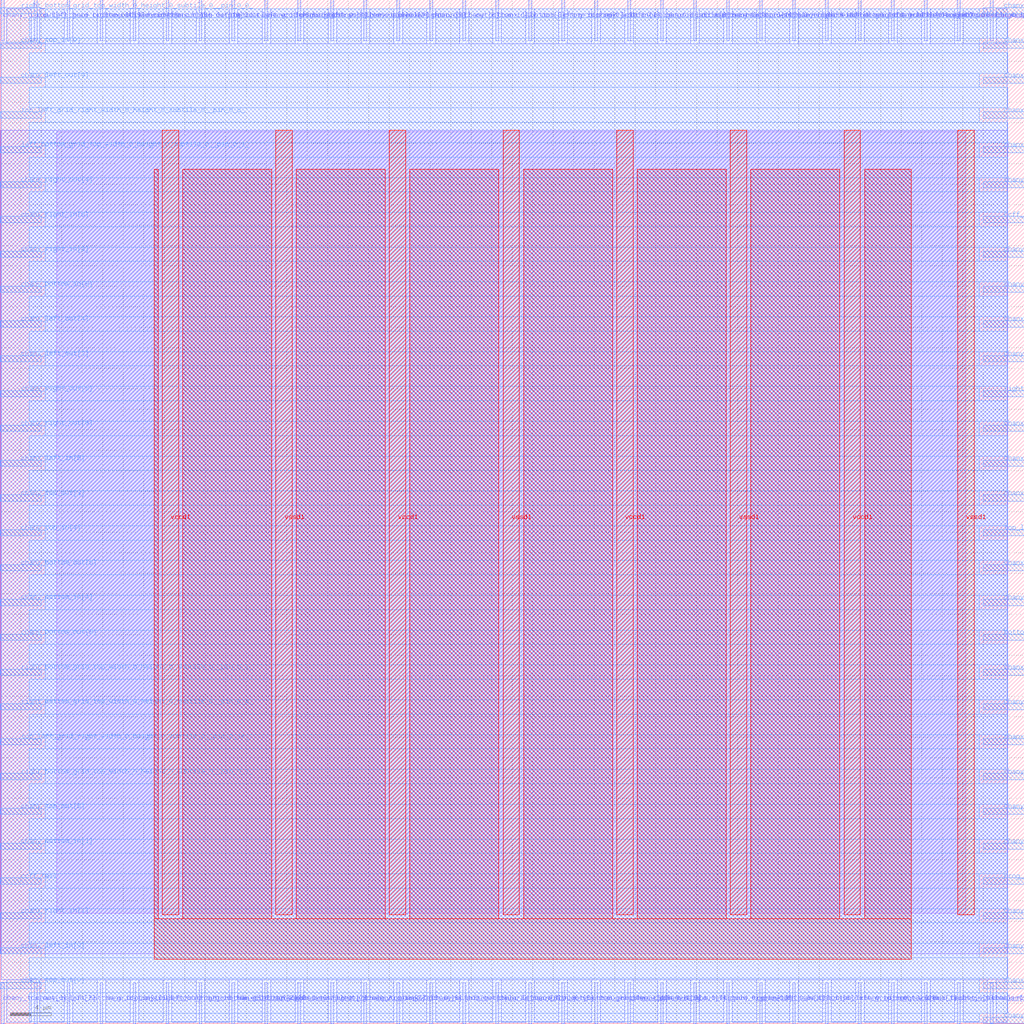
<source format=lef>
VERSION 5.7 ;
  NOWIREEXTENSIONATPIN ON ;
  DIVIDERCHAR "/" ;
  BUSBITCHARS "[]" ;
MACRO sb_1__1_
  CLASS BLOCK ;
  FOREIGN sb_1__1_ ;
  ORIGIN 0.000 0.000 ;
  SIZE 100.000 BY 100.000 ;
  PIN bottom_left_grid_right_width_0_height_0_subtile_0__pin_O_10_
    PORT
      LAYER met2 ;
        RECT 93.470 96.000 93.750 100.000 ;
    END
  END bottom_left_grid_right_width_0_height_0_subtile_0__pin_O_10_
  PIN bottom_left_grid_right_width_0_height_0_subtile_0__pin_O_11_
    PORT
      LAYER met2 ;
        RECT 83.810 96.000 84.090 100.000 ;
    END
  END bottom_left_grid_right_width_0_height_0_subtile_0__pin_O_11_
  PIN bottom_left_grid_right_width_0_height_0_subtile_0__pin_O_12_
    PORT
      LAYER met3 ;
        RECT 96.000 37.440 100.000 38.040 ;
    END
  END bottom_left_grid_right_width_0_height_0_subtile_0__pin_O_12_
  PIN bottom_left_grid_right_width_0_height_0_subtile_0__pin_O_13_
    PORT
      LAYER met2 ;
        RECT 80.590 0.000 80.870 4.000 ;
    END
  END bottom_left_grid_right_width_0_height_0_subtile_0__pin_O_13_
  PIN bottom_left_grid_right_width_0_height_0_subtile_0__pin_O_14_
    PORT
      LAYER met2 ;
        RECT 51.610 96.000 51.890 100.000 ;
    END
  END bottom_left_grid_right_width_0_height_0_subtile_0__pin_O_14_
  PIN bottom_left_grid_right_width_0_height_0_subtile_0__pin_O_8_
    PORT
      LAYER met2 ;
        RECT 96.690 96.000 96.970 100.000 ;
    END
  END bottom_left_grid_right_width_0_height_0_subtile_0__pin_O_8_
  PIN bottom_left_grid_right_width_0_height_0_subtile_0__pin_O_9_
    PORT
      LAYER met2 ;
        RECT 22.630 96.000 22.910 100.000 ;
    END
  END bottom_left_grid_right_width_0_height_0_subtile_0__pin_O_9_
  PIN ccff_head
    PORT
      LAYER met3 ;
        RECT 96.000 78.240 100.000 78.840 ;
    END
  END ccff_head
  PIN ccff_tail
    PORT
      LAYER met3 ;
        RECT 0.000 13.640 4.000 14.240 ;
    END
  END ccff_tail
  PIN chanx_left_in[0]
    PORT
      LAYER met3 ;
        RECT 96.000 85.040 100.000 85.640 ;
    END
  END chanx_left_in[0]
  PIN chanx_left_in[10]
    PORT
      LAYER met2 ;
        RECT 70.930 96.000 71.210 100.000 ;
    END
  END chanx_left_in[10]
  PIN chanx_left_in[1]
    PORT
      LAYER met2 ;
        RECT 58.050 96.000 58.330 100.000 ;
    END
  END chanx_left_in[1]
  PIN chanx_left_in[2]
    PORT
      LAYER met2 ;
        RECT 22.630 0.000 22.910 4.000 ;
    END
  END chanx_left_in[2]
  PIN chanx_left_in[3]
    PORT
      LAYER met2 ;
        RECT 38.730 0.000 39.010 4.000 ;
    END
  END chanx_left_in[3]
  PIN chanx_left_in[4]
    PORT
      LAYER met2 ;
        RECT 74.150 0.000 74.430 4.000 ;
    END
  END chanx_left_in[4]
  PIN chanx_left_in[5]
    PORT
      LAYER met3 ;
        RECT 0.000 54.440 4.000 55.040 ;
    END
  END chanx_left_in[5]
  PIN chanx_left_in[6]
    PORT
      LAYER met2 ;
        RECT 48.390 0.000 48.670 4.000 ;
    END
  END chanx_left_in[6]
  PIN chanx_left_in[7]
    PORT
      LAYER met3 ;
        RECT 96.000 3.440 100.000 4.040 ;
    END
  END chanx_left_in[7]
  PIN chanx_left_in[8]
    PORT
      LAYER met3 ;
        RECT 96.000 88.440 100.000 89.040 ;
    END
  END chanx_left_in[8]
  PIN chanx_left_in[9]
    PORT
      LAYER met3 ;
        RECT 0.000 6.840 4.000 7.440 ;
    END
  END chanx_left_in[9]
  PIN chanx_left_out[0]
    PORT
      LAYER met3 ;
        RECT 96.000 44.240 100.000 44.840 ;
    END
  END chanx_left_out[0]
  PIN chanx_left_out[10]
    PORT
      LAYER met3 ;
        RECT 96.000 54.440 100.000 55.040 ;
    END
  END chanx_left_out[10]
  PIN chanx_left_out[1]
    PORT
      LAYER met3 ;
        RECT 96.000 51.040 100.000 51.640 ;
    END
  END chanx_left_out[1]
  PIN chanx_left_out[2]
    PORT
      LAYER met3 ;
        RECT 96.000 27.240 100.000 27.840 ;
    END
  END chanx_left_out[2]
  PIN chanx_left_out[3]
    PORT
      LAYER met3 ;
        RECT 0.000 64.640 4.000 65.240 ;
    END
  END chanx_left_out[3]
  PIN chanx_left_out[4]
    PORT
      LAYER met3 ;
        RECT 0.000 68.040 4.000 68.640 ;
    END
  END chanx_left_out[4]
  PIN chanx_left_out[5]
    PORT
      LAYER met3 ;
        RECT 96.000 57.840 100.000 58.440 ;
    END
  END chanx_left_out[5]
  PIN chanx_left_out[6]
    PORT
      LAYER met2 ;
        RECT 41.950 96.000 42.230 100.000 ;
    END
  END chanx_left_out[6]
  PIN chanx_left_out[7]
    PORT
      LAYER met2 ;
        RECT 29.070 0.000 29.350 4.000 ;
    END
  END chanx_left_out[7]
  PIN chanx_left_out[8]
    PORT
      LAYER met2 ;
        RECT 48.390 96.000 48.670 100.000 ;
    END
  END chanx_left_out[8]
  PIN chanx_left_out[9]
    PORT
      LAYER met3 ;
        RECT 0.000 91.840 4.000 92.440 ;
    END
  END chanx_left_out[9]
  PIN chanx_right_in[0]
    PORT
      LAYER met3 ;
        RECT 96.000 95.240 100.000 95.840 ;
    END
  END chanx_right_in[0]
  PIN chanx_right_in[10]
    PORT
      LAYER met2 ;
        RECT 25.850 0.000 26.130 4.000 ;
    END
  END chanx_right_in[10]
  PIN chanx_right_in[1]
    PORT
      LAYER met3 ;
        RECT 0.000 10.240 4.000 10.840 ;
    END
  END chanx_right_in[1]
  PIN chanx_right_in[2]
    PORT
      LAYER met3 ;
        RECT 96.000 98.640 100.000 99.240 ;
    END
  END chanx_right_in[2]
  PIN chanx_right_in[3]
    PORT
      LAYER met2 ;
        RECT 64.490 96.000 64.770 100.000 ;
    END
  END chanx_right_in[3]
  PIN chanx_right_in[4]
    PORT
      LAYER met2 ;
        RECT 25.850 96.000 26.130 100.000 ;
    END
  END chanx_right_in[4]
  PIN chanx_right_in[5]
    PORT
      LAYER met2 ;
        RECT 38.730 96.000 39.010 100.000 ;
    END
  END chanx_right_in[5]
  PIN chanx_right_in[6]
    PORT
      LAYER met3 ;
        RECT 0.000 78.240 4.000 78.840 ;
    END
  END chanx_right_in[6]
  PIN chanx_right_in[7]
    PORT
      LAYER met2 ;
        RECT 29.070 96.000 29.350 100.000 ;
    END
  END chanx_right_in[7]
  PIN chanx_right_in[8]
    PORT
      LAYER met3 ;
        RECT 0.000 74.840 4.000 75.440 ;
    END
  END chanx_right_in[8]
  PIN chanx_right_in[9]
    PORT
      LAYER met2 ;
        RECT 90.250 0.000 90.530 4.000 ;
    END
  END chanx_right_in[9]
  PIN chanx_right_out[0]
    PORT
      LAYER met2 ;
        RECT 58.050 0.000 58.330 4.000 ;
    END
  END chanx_right_out[0]
  PIN chanx_right_out[10]
    PORT
      LAYER met2 ;
        RECT 16.190 96.000 16.470 100.000 ;
    END
  END chanx_right_out[10]
  PIN chanx_right_out[1]
    PORT
      LAYER met2 ;
        RECT 96.690 0.000 96.970 4.000 ;
    END
  END chanx_right_out[1]
  PIN chanx_right_out[2]
    PORT
      LAYER met3 ;
        RECT 96.000 91.840 100.000 92.440 ;
    END
  END chanx_right_out[2]
  PIN chanx_right_out[3]
    PORT
      LAYER met2 ;
        RECT 12.970 0.000 13.250 4.000 ;
    END
  END chanx_right_out[3]
  PIN chanx_right_out[4]
    PORT
      LAYER met3 ;
        RECT 0.000 81.640 4.000 82.240 ;
    END
  END chanx_right_out[4]
  PIN chanx_right_out[5]
    PORT
      LAYER met3 ;
        RECT 0.000 61.240 4.000 61.840 ;
    END
  END chanx_right_out[5]
  PIN chanx_right_out[6]
    PORT
      LAYER met2 ;
        RECT 61.270 0.000 61.550 4.000 ;
    END
  END chanx_right_out[6]
  PIN chanx_right_out[7]
    PORT
      LAYER met3 ;
        RECT 96.000 34.040 100.000 34.640 ;
    END
  END chanx_right_out[7]
  PIN chanx_right_out[8]
    PORT
      LAYER met3 ;
        RECT 0.000 57.840 4.000 58.440 ;
    END
  END chanx_right_out[8]
  PIN chanx_right_out[9]
    PORT
      LAYER met3 ;
        RECT 96.000 68.040 100.000 68.640 ;
    END
  END chanx_right_out[9]
  PIN chany_bottom_in[0]
    PORT
      LAYER met3 ;
        RECT 96.000 64.640 100.000 65.240 ;
    END
  END chany_bottom_in[0]
  PIN chany_bottom_in[10]
    PORT
      LAYER met3 ;
        RECT 96.000 71.440 100.000 72.040 ;
    END
  END chany_bottom_in[10]
  PIN chany_bottom_in[1]
    PORT
      LAYER met3 ;
        RECT 0.000 17.040 4.000 17.640 ;
    END
  END chany_bottom_in[1]
  PIN chany_bottom_in[2]
    PORT
      LAYER met2 ;
        RECT 45.170 96.000 45.450 100.000 ;
    END
  END chany_bottom_in[2]
  PIN chany_bottom_in[3]
    PORT
      LAYER met2 ;
        RECT 77.370 96.000 77.650 100.000 ;
    END
  END chany_bottom_in[3]
  PIN chany_bottom_in[4]
    PORT
      LAYER met3 ;
        RECT 0.000 40.840 4.000 41.440 ;
    END
  END chany_bottom_in[4]
  PIN chany_bottom_in[5]
    PORT
      LAYER met3 ;
        RECT 96.000 30.640 100.000 31.240 ;
    END
  END chany_bottom_in[5]
  PIN chany_bottom_in[6]
    PORT
      LAYER met3 ;
        RECT 96.000 20.440 100.000 21.040 ;
    END
  END chany_bottom_in[6]
  PIN chany_bottom_in[7]
    PORT
      LAYER met2 ;
        RECT 12.970 96.000 13.250 100.000 ;
    END
  END chany_bottom_in[7]
  PIN chany_bottom_in[8]
    PORT
      LAYER met3 ;
        RECT 0.000 71.440 4.000 72.040 ;
    END
  END chany_bottom_in[8]
  PIN chany_bottom_in[9]
    PORT
      LAYER met2 ;
        RECT 93.470 0.000 93.750 4.000 ;
    END
  END chany_bottom_in[9]
  PIN chany_bottom_out[0]
    PORT
      LAYER met3 ;
        RECT 96.000 23.840 100.000 24.440 ;
    END
  END chany_bottom_out[0]
  PIN chany_bottom_out[10]
    PORT
      LAYER met2 ;
        RECT 87.030 96.000 87.310 100.000 ;
    END
  END chany_bottom_out[10]
  PIN chany_bottom_out[1]
    PORT
      LAYER met3 ;
        RECT 96.000 10.240 100.000 10.840 ;
    END
  END chany_bottom_out[1]
  PIN chany_bottom_out[2]
    PORT
      LAYER met2 ;
        RECT 83.810 0.000 84.090 4.000 ;
    END
  END chany_bottom_out[2]
  PIN chany_bottom_out[3]
    PORT
      LAYER met2 ;
        RECT 41.950 0.000 42.230 4.000 ;
    END
  END chany_bottom_out[3]
  PIN chany_bottom_out[4]
    PORT
      LAYER met2 ;
        RECT 32.290 96.000 32.570 100.000 ;
    END
  END chany_bottom_out[4]
  PIN chany_bottom_out[5]
    PORT
      LAYER met2 ;
        RECT 6.530 96.000 6.810 100.000 ;
    END
  END chany_bottom_out[5]
  PIN chany_bottom_out[6]
    PORT
      LAYER met3 ;
        RECT 0.000 44.240 4.000 44.840 ;
    END
  END chany_bottom_out[6]
  PIN chany_bottom_out[7]
    PORT
      LAYER met3 ;
        RECT 96.000 6.840 100.000 7.440 ;
    END
  END chany_bottom_out[7]
  PIN chany_bottom_out[8]
    PORT
      LAYER met3 ;
        RECT 0.000 37.440 4.000 38.040 ;
    END
  END chany_bottom_out[8]
  PIN chany_bottom_out[9]
    PORT
      LAYER met2 ;
        RECT 9.750 96.000 10.030 100.000 ;
    END
  END chany_bottom_out[9]
  PIN chany_top_in[0]
    PORT
      LAYER met2 ;
        RECT 54.830 96.000 55.110 100.000 ;
    END
  END chany_top_in[0]
  PIN chany_top_in[10]
    PORT
      LAYER met2 ;
        RECT 70.930 0.000 71.210 4.000 ;
    END
  END chany_top_in[10]
  PIN chany_top_in[1]
    PORT
      LAYER met2 ;
        RECT 9.750 0.000 10.030 4.000 ;
    END
  END chany_top_in[1]
  PIN chany_top_in[2]
    PORT
      LAYER met2 ;
        RECT 35.510 0.000 35.790 4.000 ;
    END
  END chany_top_in[2]
  PIN chany_top_in[3]
    PORT
      LAYER met3 ;
        RECT 96.000 0.040 100.000 0.640 ;
    END
  END chany_top_in[3]
  PIN chany_top_in[4]
    PORT
      LAYER met3 ;
        RECT 0.000 47.640 4.000 48.240 ;
    END
  END chany_top_in[4]
  PIN chany_top_in[5]
    PORT
      LAYER met3 ;
        RECT 96.000 40.840 100.000 41.440 ;
    END
  END chany_top_in[5]
  PIN chany_top_in[6]
    PORT
      LAYER met2 ;
        RECT 77.370 0.000 77.650 4.000 ;
    END
  END chany_top_in[6]
  PIN chany_top_in[7]
    PORT
      LAYER met2 ;
        RECT 3.310 0.000 3.590 4.000 ;
    END
  END chany_top_in[7]
  PIN chany_top_in[8]
    PORT
      LAYER met3 ;
        RECT 96.000 17.040 100.000 17.640 ;
    END
  END chany_top_in[8]
  PIN chany_top_in[9]
    PORT
      LAYER met3 ;
        RECT 0.000 95.240 4.000 95.840 ;
    END
  END chany_top_in[9]
  PIN chany_top_out[0]
    PORT
      LAYER met3 ;
        RECT 0.000 3.440 4.000 4.040 ;
    END
  END chany_top_out[0]
  PIN chany_top_out[10]
    PORT
      LAYER met3 ;
        RECT 96.000 74.840 100.000 75.440 ;
    END
  END chany_top_out[10]
  PIN chany_top_out[1]
    PORT
      LAYER met2 ;
        RECT 87.030 0.000 87.310 4.000 ;
    END
  END chany_top_out[1]
  PIN chany_top_out[2]
    PORT
      LAYER met3 ;
        RECT 96.000 81.640 100.000 82.240 ;
    END
  END chany_top_out[2]
  PIN chany_top_out[3]
    PORT
      LAYER met3 ;
        RECT 0.000 51.040 4.000 51.640 ;
    END
  END chany_top_out[3]
  PIN chany_top_out[4]
    PORT
      LAYER met2 ;
        RECT 0.090 96.000 0.370 100.000 ;
    END
  END chany_top_out[4]
  PIN chany_top_out[5]
    PORT
      LAYER met2 ;
        RECT 51.610 0.000 51.890 4.000 ;
    END
  END chany_top_out[5]
  PIN chany_top_out[6]
    PORT
      LAYER met2 ;
        RECT 0.090 0.000 0.370 4.000 ;
    END
  END chany_top_out[6]
  PIN chany_top_out[7]
    PORT
      LAYER met2 ;
        RECT 64.490 0.000 64.770 4.000 ;
    END
  END chany_top_out[7]
  PIN chany_top_out[8]
    PORT
      LAYER met3 ;
        RECT 0.000 20.440 4.000 21.040 ;
    END
  END chany_top_out[8]
  PIN chany_top_out[9]
    PORT
      LAYER met2 ;
        RECT 35.510 96.000 35.790 100.000 ;
    END
  END chany_top_out[9]
  PIN left_bottom_grid_top_width_0_height_0_subtile_0__pin_O_0_
    PORT
      LAYER met2 ;
        RECT 67.710 96.000 67.990 100.000 ;
    END
  END left_bottom_grid_top_width_0_height_0_subtile_0__pin_O_0_
  PIN left_bottom_grid_top_width_0_height_0_subtile_0__pin_O_1_
    PORT
      LAYER met3 ;
        RECT 0.000 85.040 4.000 85.640 ;
    END
  END left_bottom_grid_top_width_0_height_0_subtile_0__pin_O_1_
  PIN left_bottom_grid_top_width_0_height_0_subtile_0__pin_O_2_
    PORT
      LAYER met2 ;
        RECT 16.190 0.000 16.470 4.000 ;
    END
  END left_bottom_grid_top_width_0_height_0_subtile_0__pin_O_2_
  PIN left_bottom_grid_top_width_0_height_0_subtile_0__pin_O_3_
    PORT
      LAYER met2 ;
        RECT 6.530 0.000 6.810 4.000 ;
    END
  END left_bottom_grid_top_width_0_height_0_subtile_0__pin_O_3_
  PIN left_bottom_grid_top_width_0_height_0_subtile_0__pin_O_4_
    PORT
      LAYER met2 ;
        RECT 80.590 96.000 80.870 100.000 ;
    END
  END left_bottom_grid_top_width_0_height_0_subtile_0__pin_O_4_
  PIN left_bottom_grid_top_width_0_height_0_subtile_0__pin_O_5_
    PORT
      LAYER met2 ;
        RECT 61.270 96.000 61.550 100.000 ;
    END
  END left_bottom_grid_top_width_0_height_0_subtile_0__pin_O_5_
  PIN left_bottom_grid_top_width_0_height_0_subtile_0__pin_O_6_
    PORT
      LAYER met2 ;
        RECT 45.170 0.000 45.450 4.000 ;
    END
  END left_bottom_grid_top_width_0_height_0_subtile_0__pin_O_6_
  PIN left_bottom_grid_top_width_0_height_0_subtile_0__pin_O_7_
    PORT
      LAYER met2 ;
        RECT 90.250 96.000 90.530 100.000 ;
    END
  END left_bottom_grid_top_width_0_height_0_subtile_0__pin_O_7_
  PIN prog_clk
    PORT
      LAYER met3 ;
        RECT 96.000 13.640 100.000 14.240 ;
    END
  END prog_clk
  PIN right_bottom_grid_top_width_0_height_0_subtile_0__pin_O_0_
    PORT
      LAYER met3 ;
        RECT 0.000 98.640 4.000 99.240 ;
    END
  END right_bottom_grid_top_width_0_height_0_subtile_0__pin_O_0_
  PIN right_bottom_grid_top_width_0_height_0_subtile_0__pin_O_1_
    PORT
      LAYER met3 ;
        RECT 0.000 34.040 4.000 34.640 ;
    END
  END right_bottom_grid_top_width_0_height_0_subtile_0__pin_O_1_
  PIN right_bottom_grid_top_width_0_height_0_subtile_0__pin_O_2_
    PORT
      LAYER met2 ;
        RECT 19.410 0.000 19.690 4.000 ;
    END
  END right_bottom_grid_top_width_0_height_0_subtile_0__pin_O_2_
  PIN right_bottom_grid_top_width_0_height_0_subtile_0__pin_O_3_
    PORT
      LAYER met2 ;
        RECT 32.290 0.000 32.570 4.000 ;
    END
  END right_bottom_grid_top_width_0_height_0_subtile_0__pin_O_3_
  PIN right_bottom_grid_top_width_0_height_0_subtile_0__pin_O_4_
    PORT
      LAYER met3 ;
        RECT 0.000 30.640 4.000 31.240 ;
    END
  END right_bottom_grid_top_width_0_height_0_subtile_0__pin_O_4_
  PIN right_bottom_grid_top_width_0_height_0_subtile_0__pin_O_5_
    PORT
      LAYER met3 ;
        RECT 96.000 61.240 100.000 61.840 ;
    END
  END right_bottom_grid_top_width_0_height_0_subtile_0__pin_O_5_
  PIN right_bottom_grid_top_width_0_height_0_subtile_0__pin_O_6_
    PORT
      LAYER met2 ;
        RECT 54.830 0.000 55.110 4.000 ;
    END
  END right_bottom_grid_top_width_0_height_0_subtile_0__pin_O_6_
  PIN right_bottom_grid_top_width_0_height_0_subtile_0__pin_O_7_
    PORT
      LAYER met3 ;
        RECT 0.000 23.840 4.000 24.440 ;
    END
  END right_bottom_grid_top_width_0_height_0_subtile_0__pin_O_7_
  PIN top_left_grid_right_width_0_height_0_subtile_0__pin_O_10_
    PORT
      LAYER met2 ;
        RECT 74.150 96.000 74.430 100.000 ;
    END
  END top_left_grid_right_width_0_height_0_subtile_0__pin_O_10_
  PIN top_left_grid_right_width_0_height_0_subtile_0__pin_O_11_
    PORT
      LAYER met2 ;
        RECT 3.310 96.000 3.590 100.000 ;
    END
  END top_left_grid_right_width_0_height_0_subtile_0__pin_O_11_
  PIN top_left_grid_right_width_0_height_0_subtile_0__pin_O_12_
    PORT
      LAYER met2 ;
        RECT 19.410 96.000 19.690 100.000 ;
    END
  END top_left_grid_right_width_0_height_0_subtile_0__pin_O_12_
  PIN top_left_grid_right_width_0_height_0_subtile_0__pin_O_13_
    PORT
      LAYER met2 ;
        RECT 67.710 0.000 67.990 4.000 ;
    END
  END top_left_grid_right_width_0_height_0_subtile_0__pin_O_13_
  PIN top_left_grid_right_width_0_height_0_subtile_0__pin_O_14_
    PORT
      LAYER met3 ;
        RECT 0.000 27.240 4.000 27.840 ;
    END
  END top_left_grid_right_width_0_height_0_subtile_0__pin_O_14_
  PIN top_left_grid_right_width_0_height_0_subtile_0__pin_O_8_
    PORT
      LAYER met3 ;
        RECT 0.000 88.440 4.000 89.040 ;
    END
  END top_left_grid_right_width_0_height_0_subtile_0__pin_O_8_
  PIN top_left_grid_right_width_0_height_0_subtile_0__pin_O_9_
    PORT
      LAYER met3 ;
        RECT 96.000 47.640 100.000 48.240 ;
    END
  END top_left_grid_right_width_0_height_0_subtile_0__pin_O_9_
  PIN vccd1
    PORT
      LAYER met4 ;
        RECT 82.400 10.640 84.000 87.280 ;
    END
    PORT
      LAYER met4 ;
        RECT 60.205 10.640 61.805 87.280 ;
    END
    PORT
      LAYER met4 ;
        RECT 38.010 10.640 39.610 87.280 ;
    END
    PORT
      LAYER met4 ;
        RECT 15.815 10.640 17.415 87.280 ;
    END
  END vccd1
  PIN vssd1
    PORT
      LAYER met4 ;
        RECT 93.495 10.640 95.095 87.280 ;
    END
    PORT
      LAYER met4 ;
        RECT 71.300 10.640 72.900 87.280 ;
    END
    PORT
      LAYER met4 ;
        RECT 49.105 10.640 50.705 87.280 ;
    END
    PORT
      LAYER met4 ;
        RECT 26.910 10.640 28.510 87.280 ;
    END
  END vssd1
  OBS
      LAYER li1 ;
        RECT 5.520 10.795 94.300 87.125 ;
      LAYER met1 ;
        RECT 0.070 6.840 98.370 87.280 ;
      LAYER met2 ;
        RECT 0.650 95.720 3.030 99.125 ;
        RECT 3.870 95.720 6.250 99.125 ;
        RECT 7.090 95.720 9.470 99.125 ;
        RECT 10.310 95.720 12.690 99.125 ;
        RECT 13.530 95.720 15.910 99.125 ;
        RECT 16.750 95.720 19.130 99.125 ;
        RECT 19.970 95.720 22.350 99.125 ;
        RECT 23.190 95.720 25.570 99.125 ;
        RECT 26.410 95.720 28.790 99.125 ;
        RECT 29.630 95.720 32.010 99.125 ;
        RECT 32.850 95.720 35.230 99.125 ;
        RECT 36.070 95.720 38.450 99.125 ;
        RECT 39.290 95.720 41.670 99.125 ;
        RECT 42.510 95.720 44.890 99.125 ;
        RECT 45.730 95.720 48.110 99.125 ;
        RECT 48.950 95.720 51.330 99.125 ;
        RECT 52.170 95.720 54.550 99.125 ;
        RECT 55.390 95.720 57.770 99.125 ;
        RECT 58.610 95.720 60.990 99.125 ;
        RECT 61.830 95.720 64.210 99.125 ;
        RECT 65.050 95.720 67.430 99.125 ;
        RECT 68.270 95.720 70.650 99.125 ;
        RECT 71.490 95.720 73.870 99.125 ;
        RECT 74.710 95.720 77.090 99.125 ;
        RECT 77.930 95.720 80.310 99.125 ;
        RECT 81.150 95.720 83.530 99.125 ;
        RECT 84.370 95.720 86.750 99.125 ;
        RECT 87.590 95.720 89.970 99.125 ;
        RECT 90.810 95.720 93.190 99.125 ;
        RECT 94.030 95.720 96.410 99.125 ;
        RECT 97.250 95.720 98.350 99.125 ;
        RECT 0.100 4.280 98.350 95.720 ;
        RECT 0.650 0.155 3.030 4.280 ;
        RECT 3.870 0.155 6.250 4.280 ;
        RECT 7.090 0.155 9.470 4.280 ;
        RECT 10.310 0.155 12.690 4.280 ;
        RECT 13.530 0.155 15.910 4.280 ;
        RECT 16.750 0.155 19.130 4.280 ;
        RECT 19.970 0.155 22.350 4.280 ;
        RECT 23.190 0.155 25.570 4.280 ;
        RECT 26.410 0.155 28.790 4.280 ;
        RECT 29.630 0.155 32.010 4.280 ;
        RECT 32.850 0.155 35.230 4.280 ;
        RECT 36.070 0.155 38.450 4.280 ;
        RECT 39.290 0.155 41.670 4.280 ;
        RECT 42.510 0.155 44.890 4.280 ;
        RECT 45.730 0.155 48.110 4.280 ;
        RECT 48.950 0.155 51.330 4.280 ;
        RECT 52.170 0.155 54.550 4.280 ;
        RECT 55.390 0.155 57.770 4.280 ;
        RECT 58.610 0.155 60.990 4.280 ;
        RECT 61.830 0.155 64.210 4.280 ;
        RECT 65.050 0.155 67.430 4.280 ;
        RECT 68.270 0.155 70.650 4.280 ;
        RECT 71.490 0.155 73.870 4.280 ;
        RECT 74.710 0.155 77.090 4.280 ;
        RECT 77.930 0.155 80.310 4.280 ;
        RECT 81.150 0.155 83.530 4.280 ;
        RECT 84.370 0.155 86.750 4.280 ;
        RECT 87.590 0.155 89.970 4.280 ;
        RECT 90.810 0.155 93.190 4.280 ;
        RECT 94.030 0.155 96.410 4.280 ;
        RECT 97.250 0.155 98.350 4.280 ;
      LAYER met3 ;
        RECT 4.400 98.240 95.600 99.105 ;
        RECT 2.825 96.240 98.375 98.240 ;
        RECT 4.400 94.840 95.600 96.240 ;
        RECT 2.825 92.840 98.375 94.840 ;
        RECT 4.400 91.440 95.600 92.840 ;
        RECT 2.825 89.440 98.375 91.440 ;
        RECT 4.400 88.040 95.600 89.440 ;
        RECT 2.825 86.040 98.375 88.040 ;
        RECT 4.400 84.640 95.600 86.040 ;
        RECT 2.825 82.640 98.375 84.640 ;
        RECT 4.400 81.240 95.600 82.640 ;
        RECT 2.825 79.240 98.375 81.240 ;
        RECT 4.400 77.840 95.600 79.240 ;
        RECT 2.825 75.840 98.375 77.840 ;
        RECT 4.400 74.440 95.600 75.840 ;
        RECT 2.825 72.440 98.375 74.440 ;
        RECT 4.400 71.040 95.600 72.440 ;
        RECT 2.825 69.040 98.375 71.040 ;
        RECT 4.400 67.640 95.600 69.040 ;
        RECT 2.825 65.640 98.375 67.640 ;
        RECT 4.400 64.240 95.600 65.640 ;
        RECT 2.825 62.240 98.375 64.240 ;
        RECT 4.400 60.840 95.600 62.240 ;
        RECT 2.825 58.840 98.375 60.840 ;
        RECT 4.400 57.440 95.600 58.840 ;
        RECT 2.825 55.440 98.375 57.440 ;
        RECT 4.400 54.040 95.600 55.440 ;
        RECT 2.825 52.040 98.375 54.040 ;
        RECT 4.400 50.640 95.600 52.040 ;
        RECT 2.825 48.640 98.375 50.640 ;
        RECT 4.400 47.240 95.600 48.640 ;
        RECT 2.825 45.240 98.375 47.240 ;
        RECT 4.400 43.840 95.600 45.240 ;
        RECT 2.825 41.840 98.375 43.840 ;
        RECT 4.400 40.440 95.600 41.840 ;
        RECT 2.825 38.440 98.375 40.440 ;
        RECT 4.400 37.040 95.600 38.440 ;
        RECT 2.825 35.040 98.375 37.040 ;
        RECT 4.400 33.640 95.600 35.040 ;
        RECT 2.825 31.640 98.375 33.640 ;
        RECT 4.400 30.240 95.600 31.640 ;
        RECT 2.825 28.240 98.375 30.240 ;
        RECT 4.400 26.840 95.600 28.240 ;
        RECT 2.825 24.840 98.375 26.840 ;
        RECT 4.400 23.440 95.600 24.840 ;
        RECT 2.825 21.440 98.375 23.440 ;
        RECT 4.400 20.040 95.600 21.440 ;
        RECT 2.825 18.040 98.375 20.040 ;
        RECT 4.400 16.640 95.600 18.040 ;
        RECT 2.825 14.640 98.375 16.640 ;
        RECT 4.400 13.240 95.600 14.640 ;
        RECT 2.825 11.240 98.375 13.240 ;
        RECT 4.400 9.840 95.600 11.240 ;
        RECT 2.825 7.840 98.375 9.840 ;
        RECT 4.400 6.440 95.600 7.840 ;
        RECT 2.825 4.440 98.375 6.440 ;
        RECT 4.400 3.040 95.600 4.440 ;
        RECT 2.825 1.040 98.375 3.040 ;
        RECT 2.825 0.175 95.600 1.040 ;
      LAYER met4 ;
        RECT 15.015 10.240 15.415 83.465 ;
        RECT 17.815 10.240 26.510 83.465 ;
        RECT 28.910 10.240 37.610 83.465 ;
        RECT 40.010 10.240 48.705 83.465 ;
        RECT 51.105 10.240 59.805 83.465 ;
        RECT 62.205 10.240 70.900 83.465 ;
        RECT 73.300 10.240 82.000 83.465 ;
        RECT 84.400 10.240 88.945 83.465 ;
        RECT 15.015 6.295 88.945 10.240 ;
  END
END sb_1__1_
END LIBRARY


</source>
